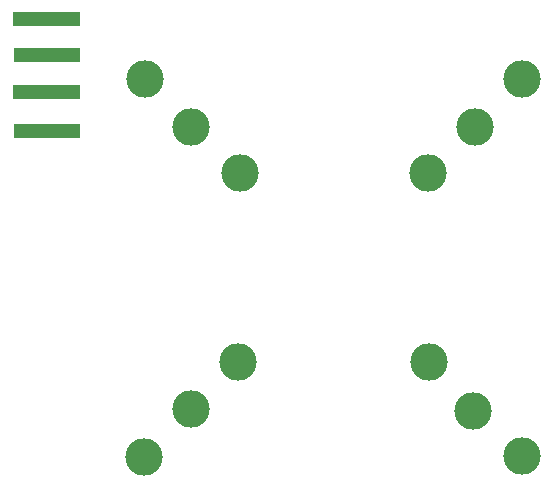
<source format=gbr>
G04 #@! TF.FileFunction,Paste,Top*
%FSLAX46Y46*%
G04 Gerber Fmt 4.6, Leading zero omitted, Abs format (unit mm)*
G04 Created by KiCad (PCBNEW 4.0.6) date 05/08/17 07:31:45*
%MOMM*%
%LPD*%
G01*
G04 APERTURE LIST*
%ADD10C,0.100000*%
%ADD11C,2.540000*%
%ADD12C,3.175000*%
%ADD13C,1.100000*%
%ADD14R,0.635000X1.270000*%
G04 APERTURE END LIST*
D10*
D11*
X130325100Y-89676100D03*
D12*
X130325100Y-89676100D03*
D11*
X106321100Y-89671100D03*
D12*
X106321100Y-89671100D03*
D11*
X130194100Y-113720100D03*
D12*
X130194100Y-113720100D03*
D11*
X106259100Y-113600100D03*
D12*
X106259100Y-113600100D03*
D11*
X126306100Y-93598100D03*
D12*
X126306100Y-93598100D03*
D11*
X110398100Y-93610100D03*
D12*
X110398100Y-93610100D03*
D11*
X126394100Y-109592100D03*
D12*
X126394100Y-109592100D03*
D11*
X110263100Y-109590100D03*
D12*
X110263100Y-109590100D03*
D11*
X134288100Y-85603100D03*
D12*
X134288100Y-85603100D03*
D11*
X102400100Y-85602100D03*
D12*
X102400100Y-85602100D03*
D11*
X134339100Y-117585100D03*
D12*
X134339100Y-117585100D03*
D11*
X102272100Y-117610100D03*
D12*
X102272100Y-117610100D03*
D13*
X94338100Y-86737900D03*
D14*
X94719100Y-86737900D03*
X95354100Y-86737900D03*
X94084100Y-86737900D03*
X93449100Y-86737900D03*
X92814100Y-86737900D03*
X95951000Y-86737900D03*
X96547900Y-86737900D03*
X92191800Y-86737900D03*
X91569500Y-86737900D03*
D13*
X94371100Y-90044900D03*
D14*
X94752100Y-90044900D03*
X95387100Y-90044900D03*
X94117100Y-90044900D03*
X93482100Y-90044900D03*
X92847100Y-90044900D03*
X95984000Y-90044900D03*
X96580900Y-90044900D03*
X92224800Y-90044900D03*
X91602500Y-90044900D03*
D13*
X94313100Y-80550900D03*
D14*
X94694100Y-80550900D03*
X95329100Y-80550900D03*
X94059100Y-80550900D03*
X93424100Y-80550900D03*
X92789100Y-80550900D03*
X95926000Y-80550900D03*
X96522900Y-80550900D03*
X92166800Y-80550900D03*
X91544500Y-80550900D03*
D13*
X94363100Y-83584900D03*
D14*
X94744100Y-83584900D03*
X95379100Y-83584900D03*
X94109100Y-83584900D03*
X93474100Y-83584900D03*
X92839100Y-83584900D03*
X95976000Y-83584900D03*
X96572900Y-83584900D03*
X92216800Y-83584900D03*
X91594500Y-83584900D03*
M02*

</source>
